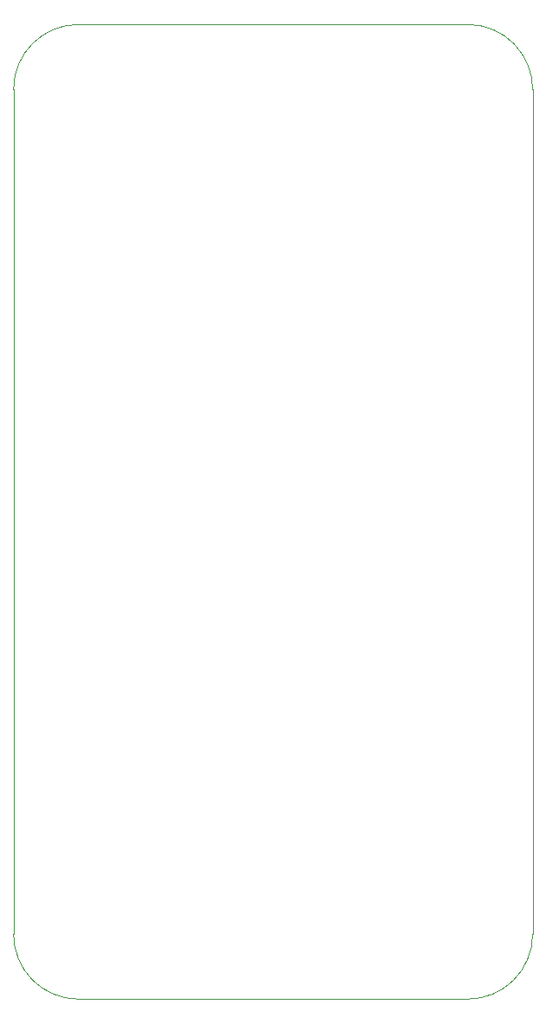
<source format=gbr>
%TF.GenerationSoftware,KiCad,Pcbnew,7.0.5*%
%TF.CreationDate,2023-11-28T19:27:54-08:00*%
%TF.ProjectId,LT3081LEDDummyDriver,4c543330-3831-44c4-9544-44756d6d7944,rev?*%
%TF.SameCoordinates,Original*%
%TF.FileFunction,Profile,NP*%
%FSLAX46Y46*%
G04 Gerber Fmt 4.6, Leading zero omitted, Abs format (unit mm)*
G04 Created by KiCad (PCBNEW 7.0.5) date 2023-11-28 19:27:54*
%MOMM*%
%LPD*%
G01*
G04 APERTURE LIST*
%TA.AperFunction,Profile*%
%ADD10C,0.100000*%
%TD*%
G04 APERTURE END LIST*
D10*
X106312500Y-121600000D02*
X106312500Y-39050000D01*
X150762500Y-127950000D02*
X112662500Y-127950000D01*
X157112500Y-39050000D02*
G75*
G03*
X150762500Y-32700000I-6350000J0D01*
G01*
X150762500Y-127950000D02*
G75*
G03*
X157112500Y-121600000I0J6350000D01*
G01*
X112662500Y-32700000D02*
G75*
G03*
X106312500Y-39050000I0J-6350000D01*
G01*
X106312500Y-121600000D02*
G75*
G03*
X112662500Y-127950000I6350000J0D01*
G01*
X112662500Y-32700000D02*
X150762500Y-32700000D01*
X157112500Y-39050000D02*
X157112500Y-121600000D01*
M02*

</source>
